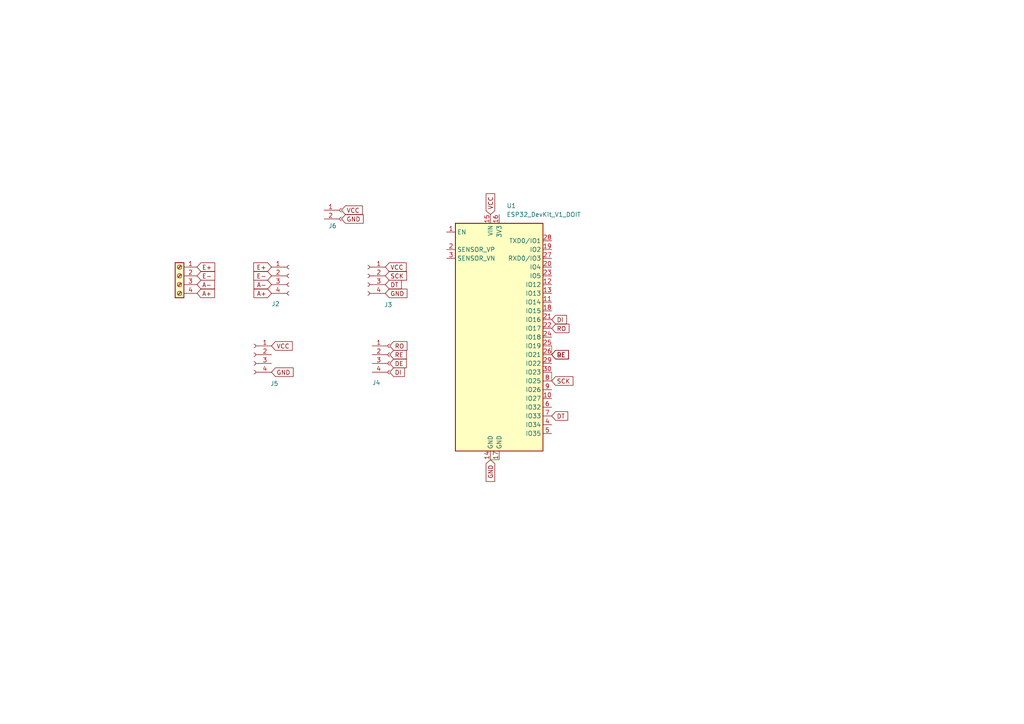
<source format=kicad_sch>
(kicad_sch (version 20250114) (generator "eeschema") (generator_version "9.0")
  (paper "A4")
  (lib_symbols
    (symbol "AM_Library:ESP32_DevKit_V1_DOIT"
      (property "Reference" "U" (at -11.43 34.29 0))
      (property "Value" "ESP32_DevKit_V1_DOIT" (at 11.43 34.29 0))
      (symbol "ESP32_DevKit_V1_DOIT_1_1"
        (rectangle (start -12.7 33.02) (end 12.7 -33.02) (stroke (width 0.254)) (fill (type background)))
        (pin input line (at -15.24 30.48 0) (length 2.54) (name "EN") (number "1"))
        (pin input line (at -15.24 25.4 0) (length 2.54) (name "SENSOR_VP") (number "2"))
        (pin input line (at -15.24 22.86 0) (length 2.54) (name "SENSOR_VN") (number "3"))
        (pin power_in line (at -2.54 35.56 270) (length 2.54) (name "VIN") (number "15"))
        (pin power_in line (at -2.54 -35.56 90) (length 2.54) (name "GND") (number "14"))
        (pin power_in line (at 0 35.56 270) (length 2.54) (name "3V3") (number "16"))
        (pin power_in line (at 0 -35.56 90) (length 2.54) (name "GND") (number "17"))
        (pin bidirectional line (at 15.24 27.94 180) (length 2.54) (name "TXD0/IO1") (number "28"))
        (pin bidirectional line (at 15.24 25.4 180) (length 2.54) (name "IO2") (number "19"))
        (pin bidirectional line (at 15.24 22.86 180) (length 2.54) (name "RXD0/IO3") (number "27"))
        (pin bidirectional line (at 15.24 20.32 180) (length 2.54) (name "IO4") (number "20"))
        (pin bidirectional line (at 15.24 17.78 180) (length 2.54) (name "IO5") (number "23"))
        (pin bidirectional line (at 15.24 15.24 180) (length 2.54) (name "IO12") (number "12"))
        (pin bidirectional line (at 15.24 12.7 180) (length 2.54) (name "IO13") (number "13"))
        (pin bidirectional line (at 15.24 10.16 180) (length 2.54) (name "IO14") (number "11"))
        (pin bidirectional line (at 15.24 7.62 180) (length 2.54) (name "IO15") (number "18"))
        (pin bidirectional line (at 15.24 5.08 180) (length 2.54) (name "IO16") (number "21"))
        (pin bidirectional line (at 15.24 2.54 180) (length 2.54) (name "IO17") (number "22"))
        (pin bidirectional line (at 15.24 0 180) (length 2.54) (name "IO18") (number "24"))
        (pin bidirectional line (at 15.24 -2.54 180) (length 2.54) (name "IO19") (number "25"))
        (pin bidirectional line (at 15.24 -5.08 180) (length 2.54) (name "IO21") (number "26"))
        (pin bidirectional line (at 15.24 -7.62 180) (length 2.54) (name "IO22") (number "29"))
        (pin bidirectional line (at 15.24 -10.16 180) (length 2.54) (name "IO23") (number "30"))
        (pin bidirectional line (at 15.24 -12.7 180) (length 2.54) (name "IO25") (number "8"))
        (pin bidirectional line (at 15.24 -15.24 180) (length 2.54) (name "IO26") (number "9"))
        (pin bidirectional line (at 15.24 -17.78 180) (length 2.54) (name "IO27") (number "10"))
        (pin bidirectional line (at 15.24 -20.32 180) (length 2.54) (name "IO32") (number "6"))
        (pin bidirectional line (at 15.24 -22.86 180) (length 2.54) (name "IO33") (number "7"))
        (pin input line (at 15.24 -25.4 180) (length 2.54) (name "IO34") (number "4"))
        (pin input line (at 15.24 -27.94 180) (length 2.54) (name "IO35") (number "5"))
      )
    )
    (symbol "Connector:Conn_01x02_Socket" (pin_names (offset 1.016) (hide yes))
      (property "Reference" "J" (at 0 2.54 0))
      (property "Value" "Conn_01x02_Socket" (at 0 -5.08 0))
      (symbol "Conn_01x02_Socket_1_1"
        (polyline (pts (xy -1.27 0) (xy -0.508 0)) (stroke (width 0.1524)))
        (polyline (pts (xy -1.27 -2.54) (xy -0.508 -2.54)) (stroke (width 0.1524)))
        (arc (start 0 -0.508) (mid -0.5058 0) (end 0 0.508) (stroke (width 0.1524)))
        (arc (start 0 -3.048) (mid -0.5058 -2.54) (end 0 -2.032) (stroke (width 0.1524)))
        (pin passive line (at -5.08 0 0) (length 3.81) (name "Pin_1") (number "1"))
        (pin passive line (at -5.08 -2.54 0) (length 3.81) (name "Pin_2") (number "2"))
      )
    )
    (symbol "Connector:Conn_01x04_Socket" (pin_names (offset 1.016) (hide yes))
      (property "Reference" "J" (at 0 5.08 0))
      (property "Value" "Conn_01x04_Socket" (at 0 -7.62 0))
      (symbol "Conn_01x04_Socket_1_1"
        (polyline (pts (xy -1.27 2.54) (xy -0.508 2.54)) (stroke (width 0.1524)))
        (polyline (pts (xy -1.27 0) (xy -0.508 0)) (stroke (width 0.1524)))
        (polyline (pts (xy -1.27 -2.54) (xy -0.508 -2.54)) (stroke (width 0.1524)))
        (polyline (pts (xy -1.27 -5.08) (xy -0.508 -5.08)) (stroke (width 0.1524)))
        (arc (start 0 2.032) (mid -0.5058 2.54) (end 0 3.048) (stroke (width 0.1524)))
        (arc (start 0 -0.508) (mid -0.5058 0) (end 0 0.508) (stroke (width 0.1524)))
        (arc (start 0 -3.048) (mid -0.5058 -2.54) (end 0 -2.032) (stroke (width 0.1524)))
        (arc (start 0 -5.588) (mid -0.5058 -5.08) (end 0 -4.572) (stroke (width 0.1524)))
        (pin passive line (at -5.08 2.54 0) (length 3.81) (name "Pin_1") (number "1"))
        (pin passive line (at -5.08 0 0) (length 3.81) (name "Pin_2") (number "2"))
        (pin passive line (at -5.08 -2.54 0) (length 3.81) (name "Pin_3") (number "3"))
        (pin passive line (at -5.08 -5.08 0) (length 3.81) (name "Pin_4") (number "4"))
      )
    )
    (symbol "Connector:Screw_Terminal_01x04" (pin_names (offset 1.016) (hide yes))
      (property "Reference" "J" (at 0 5.08 0))
      (property "Value" "Screw_Terminal_01x04" (at 0 -7.62 0))
      (symbol "Screw_Terminal_01x04_1_1"
        (rectangle (start -1.27 3.81) (end 1.27 -6.35) (stroke (width 0.254)) (fill (type background)))
        (polyline (pts (xy -0.5334 2.8702) (xy 0.3302 2.032)) (stroke (width 0.1524)))
        (polyline (pts (xy -0.5334 0.3302) (xy 0.3302 -0.508)) (stroke (width 0.1524)))
        (polyline (pts (xy -0.5334 -2.2098) (xy 0.3302 -3.048)) (stroke (width 0.1524)))
        (polyline (pts (xy -0.5334 -4.7498) (xy 0.3302 -5.588)) (stroke (width 0.1524)))
        (polyline (pts (xy -0.3556 3.048) (xy 0.508 2.2098)) (stroke (width 0.1524)))
        (polyline (pts (xy -0.3556 0.508) (xy 0.508 -0.3302)) (stroke (width 0.1524)))
        (polyline (pts (xy -0.3556 -2.032) (xy 0.508 -2.8702)) (stroke (width 0.1524)))
        (polyline (pts (xy -0.3556 -4.572) (xy 0.508 -5.4102)) (stroke (width 0.1524)))
        (circle (center 0 2.54) (radius 0.635) (stroke (width 0.1524)))
        (circle (center 0 0) (radius 0.635) (stroke (width 0.1524)))
        (circle (center 0 -2.54) (radius 0.635) (stroke (width 0.1524)))
        (circle (center 0 -5.08) (radius 0.635) (stroke (width 0.1524)))
        (pin passive line (at -5.08 2.54 0) (length 3.81) (name "Pin_1") (number "1"))
        (pin passive line (at -5.08 0 0) (length 3.81) (name "Pin_2") (number "2"))
        (pin passive line (at -5.08 -2.54 0) (length 3.81) (name "Pin_3") (number "3"))
        (pin passive line (at -5.08 -5.08 0) (length 3.81) (name "Pin_4") (number "4"))
      )
    )
  )
  (wire (pts (xy 142.24 133.35) (xy 144.78 133.35)))
  (wire (pts (xy 160.02 110.49) (xy 160.02 107.95)))
  (wire (pts (xy 160.02 102.87) (xy 160.02 100.33)))
  (global_label "VCC" (shape input) (at 142.24 62.23 90) (property "Intersheetrefs" "${INTERSHEET_REFS}" (effects (hide yes))))
  (global_label "DT" (shape input) (at 160.02 120.65 0) (property "Intersheetrefs" "${INTERSHEET_REFS}" (effects (hide yes))))
  (global_label "DT" (shape input) (at 111.76 82.55 0) (property "Intersheetrefs" "${INTERSHEET_REFS}" (effects (hide yes))))
  (global_label "RO" (shape input) (at 160.02 95.25 0) (property "Intersheetrefs" "${INTERSHEET_REFS}" (effects (hide yes))))
  (global_label "VCC" (shape input) (at 99.06 60.96 0) (property "Intersheetrefs" "${INTERSHEET_REFS}" (effects (hide yes))))
  (global_label "DE" (shape input) (at 160.02 102.87 0) (property "Intersheetrefs" "${INTERSHEET_REFS}" (effects (hide yes))))
  (global_label "VCC" (shape input) (at 78.74 100.33 0) (property "Intersheetrefs" "${INTERSHEET_REFS}" (effects (hide yes))))
  (global_label "A-" (shape input) (at 78.74 82.55 180) (property "Intersheetrefs" "${INTERSHEET_REFS}" (effects (hide yes))))
  (global_label "E+" (shape input) (at 57.15 77.47 0) (property "Intersheetrefs" "${INTERSHEET_REFS}" (effects (hide yes))))
  (global_label "SCK" (shape input) (at 111.76 80.01 0) (property "Intersheetrefs" "${INTERSHEET_REFS}" (effects (hide yes))))
  (global_label "RE" (shape input) (at 160.02 102.87 0) (property "Intersheetrefs" "${INTERSHEET_REFS}" (effects (hide yes))))
  (global_label "E-" (shape input) (at 57.15 80.01 0) (property "Intersheetrefs" "${INTERSHEET_REFS}" (effects (hide yes))))
  (global_label "A+" (shape input) (at 78.74 85.09 180) (property "Intersheetrefs" "${INTERSHEET_REFS}" (effects (hide yes))))
  (global_label "DE" (shape input) (at 113.03 105.41 0) (property "Intersheetrefs" "${INTERSHEET_REFS}" (effects (hide yes))))
  (global_label "VCC" (shape input) (at 111.76 77.47 0) (property "Intersheetrefs" "${INTERSHEET_REFS}" (effects (hide yes))))
  (global_label "RE" (shape input) (at 113.03 102.87 0) (property "Intersheetrefs" "${INTERSHEET_REFS}" (effects (hide yes))))
  (global_label "E-" (shape input) (at 78.74 80.01 180) (property "Intersheetrefs" "${INTERSHEET_REFS}" (effects (hide yes))))
  (global_label "GND" (shape input) (at 111.76 85.09 0) (property "Intersheetrefs" "${INTERSHEET_REFS}" (effects (hide yes))))
  (global_label "A+" (shape input) (at 57.15 85.09 0) (property "Intersheetrefs" "${INTERSHEET_REFS}" (effects (hide yes))))
  (global_label "E+" (shape input) (at 78.74 77.47 180) (property "Intersheetrefs" "${INTERSHEET_REFS}" (effects (hide yes))))
  (global_label "GND" (shape input) (at 78.74 107.95 0) (property "Intersheetrefs" "${INTERSHEET_REFS}" (effects (hide yes))))
  (global_label "A-" (shape input) (at 57.15 82.55 0) (property "Intersheetrefs" "${INTERSHEET_REFS}" (effects (hide yes))))
  (global_label "SCK" (shape input) (at 160.02 110.49 0) (property "Intersheetrefs" "${INTERSHEET_REFS}" (effects (hide yes))))
  (global_label "GND" (shape input) (at 99.06 63.5 0) (property "Intersheetrefs" "${INTERSHEET_REFS}" (effects (hide yes))))
  (global_label "DI" (shape input) (at 160.02 92.71 0) (property "Intersheetrefs" "${INTERSHEET_REFS}" (effects (hide yes))))
  (global_label "RO" (shape input) (at 113.03 100.33 0) (property "Intersheetrefs" "${INTERSHEET_REFS}" (effects (hide yes))))
  (global_label "DI" (shape input) (at 113.03 107.95 0) (property "Intersheetrefs" "${INTERSHEET_REFS}" (effects (hide yes))))
  (global_label "GND" (shape input) (at 142.24 133.35 270) (property "Intersheetrefs" "${INTERSHEET_REFS}" (effects (hide yes))))
  (symbol (lib_id "Connector:Conn_01x04_Socket") (at 73.66 102.87 0) (mirror y) (unit 1)
    (property "Reference" "J5" (at 80.772 111.252 0) (effects (justify left)))
    (property "Value" "Conn_01x04_Socket" (effects (hide yes)))
    (property "Footprint" "Connector_PinHeader_2.54mm:PinHeader_1x04_P2.54mm_Vertical" (effects (hide yes)))
    (property "Description" "Generic connector, single row, 01x04, script generated" (effects (hide yes)))
  )
  (symbol (lib_id "Connector:Conn_01x04_Socket") (at 113.03 102.87 0) (unit 1)
    (property "Reference" "J4" (at 107.95 110.998 0) (effects (justify left)))
    (property "Value" "Conn_01x04_Socket" (effects (hide yes)))
    (property "Footprint" "Connector_PinHeader_2.54mm:PinHeader_1x04_P2.54mm_Vertical" (effects (hide yes)))
    (property "Description" "Generic connector, single row, 01x04, script generated" (effects (hide yes)))
  )
  (symbol (lib_id "Connector:Screw_Terminal_01x04") (at 52.07 80.01 0) (mirror y) (unit 1)
    (property "Reference" "J1" (effects (hide yes)))
    (property "Value" "Screw_Terminal_01x04" (effects (hide yes)))
    (property "Footprint" "TerminalBlock:TerminalBlock_MaiXu_MX126-5.0-04P_1x04_P5.00mm" (effects (hide yes)))
    (property "Description" "Generic screw terminal, single row, 01x04, script generated (kicad-library-utils/schlib/autogen/connector/)" (effects (hide yes)))
  )
  (symbol (lib_id "Connector:Conn_01x02_Socket") (at 99.06 60.96 0) (unit 1)
    (property "Reference" "J6" (at 95.25 65.532 0) (effects (justify left)))
    (property "Value" "Conn_01x02_Socket" (effects (hide yes)))
    (property "Footprint" "Connector_PinHeader_2.54mm:PinHeader_1x02_P2.54mm_Vertical" (effects (hide yes)))
    (property "Description" "Generic connector, single row, 01x02, script generated" (effects (hide yes)))
  )
  (symbol (lib_id "Connector:Conn_01x04_Socket") (at 83.82 80.01 0) (unit 1)
    (property "Reference" "J2" (at 78.74 88.138 0) (effects (justify left)))
    (property "Value" "Conn_01x04_Socket" (effects (hide yes)))
    (property "Footprint" "Connector_PinHeader_2.54mm:PinHeader_1x04_P2.54mm_Vertical" (effects (hide yes)))
    (property "Description" "Generic connector, single row, 01x04, script generated" (effects (hide yes)))
  )
  (symbol (lib_id "Connector:Conn_01x04_Socket") (at 106.68 80.01 0) (mirror y) (unit 1)
    (property "Reference" "J3" (at 113.792 88.392 0) (effects (justify left)))
    (property "Value" "Conn_01x04_Socket" (effects (hide yes)))
    (property "Footprint" "Connector_PinHeader_2.54mm:PinHeader_1x04_P2.54mm_Vertical" (effects (hide yes)))
    (property "Description" "Generic connector, single row, 01x04, script generated" (effects (hide yes)))
  )
  (symbol (lib_id "AM_Library:ESP32_DevKit_V1_DOIT") (at 144.78 97.79 0) (unit 1)
    (property "Reference" "U1" (at 146.9233 59.69 0) (effects (justify left)))
    (property "Value" "ESP32_DevKit_V1_DOIT" (at 146.9233 62.23 0) (effects (justify left)))
    (property "Footprint" "ESP32_DevKit_V1_DOIT:esp32_devkit_v1_doit" (effects (hide yes)))
  )
)
</source>
